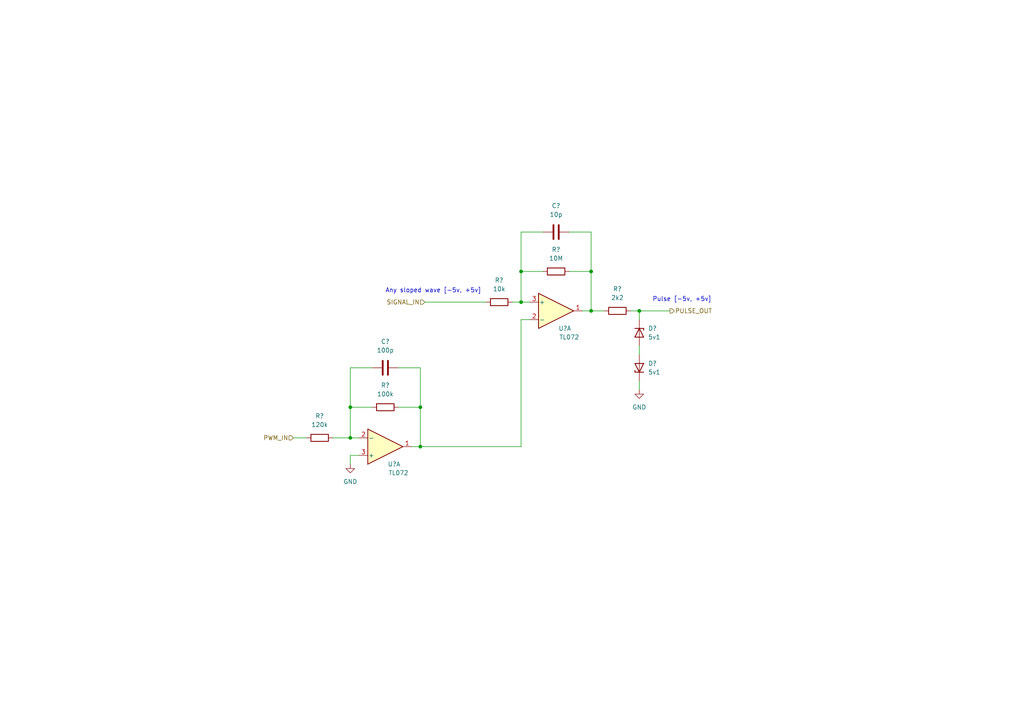
<source format=kicad_sch>
(kicad_sch (version 20211123) (generator eeschema)
  (paper "A4")
  (lib_symbols
    (symbol "Amplifier_Operational:TL072" (pin_names (offset 0.127))
      (property "Reference" "U" (at 0 5.08 0))
      (property "Value" "TL072" (at 0 -5.08 0))
      (symbol "TL072_1_1"
        (polyline (pts (xy -5.08 5.08) (xy 5.08 0) (xy -5.08 -5.08) (xy -5.08 5.08)) (stroke (width 0.254)) (fill (type background)))
        (pin output line (at 7.62 0 180) (length 2.54) (name "~") (number "1"))
        (pin input line (at -7.62 -2.54 0) (length 2.54) (name "-") (number "2"))
        (pin input line (at -7.62 2.54 0) (length 2.54) (name "+") (number "3"))
      )
      (symbol "TL072_2_1"
        (polyline (pts (xy -5.08 5.08) (xy 5.08 0) (xy -5.08 -5.08) (xy -5.08 5.08)) (stroke (width 0.254)) (fill (type background)))
        (pin input line (at -7.62 2.54 0) (length 2.54) (name "+") (number "5"))
        (pin input line (at -7.62 -2.54 0) (length 2.54) (name "-") (number "6"))
        (pin output line (at 7.62 0 180) (length 2.54) (name "~") (number "7"))
      )
      (symbol "TL072_3_1"
        (pin power_in line (at -2.54 -7.62 90) (length 3.81) (name "V-") (number "4"))
        (pin power_in line (at -2.54 7.62 270) (length 3.81) (name "V+") (number "8"))
      )
    )
    (symbol "Device:C" (pin_numbers hide) (pin_names (offset 0.254))
      (property "Reference" "C" (at 0.635 2.54 0))
      (property "Value" "C" (at 0.635 -2.54 0))
      (symbol "C_0_1"
        (polyline (pts (xy -2.032 -0.762) (xy 2.032 -0.762)) (stroke (width 0.508)))
        (polyline (pts (xy -2.032 0.762) (xy 2.032 0.762)) (stroke (width 0.508)))
      )
      (symbol "C_1_1"
        (pin passive line (at 0 3.81 270) (length 2.794) (name "~") (number "1"))
        (pin passive line (at 0 -3.81 90) (length 2.794) (name "~") (number "2"))
      )
    )
    (symbol "Device:D_Zener" (pin_numbers hide) (pin_names (offset 1.016) hide)
      (property "Reference" "D" (at 0 2.54 0))
      (property "Value" "D_Zener" (at 0 -2.54 0))
      (symbol "D_Zener_0_1"
        (polyline (pts (xy 1.27 0) (xy -1.27 0)))
        (polyline (pts (xy -1.27 -1.27) (xy -1.27 1.27) (xy -0.762 1.27)) (stroke (width 0.254)))
        (polyline (pts (xy 1.27 -1.27) (xy 1.27 1.27) (xy -1.27 0) (xy 1.27 -1.27)) (stroke (width 0.254)))
      )
      (symbol "D_Zener_1_1"
        (pin passive line (at -3.81 0 0) (length 2.54) (name "K") (number "1"))
        (pin passive line (at 3.81 0 180) (length 2.54) (name "A") (number "2"))
      )
    )
    (symbol "Device:R" (pin_numbers hide) (pin_names (offset 0))
      (property "Reference" "R" (at 2.032 0 90))
      (property "Value" "R" (at 0 0 90))
      (symbol "R_0_1"
        (rectangle (start -1.016 -2.54) (end 1.016 2.54) (stroke (width 0.254)))
      )
      (symbol "R_1_1"
        (pin passive line (at 0 3.81 270) (length 1.27) (name "~") (number "1"))
        (pin passive line (at 0 -3.81 90) (length 1.27) (name "~") (number "2"))
      )
    )
    (symbol "power:GND" (power) (pin_names (offset 0))
      (property "Value" "GND" (at 0 -3.81 0))
      (symbol "GND_0_1"
        (polyline (pts (xy 0 0) (xy 0 -1.27) (xy 1.27 -1.27) (xy 0 -2.54) (xy -1.27 -1.27) (xy 0 -1.27)))
      )
      (symbol "GND_1_1"
        (pin power_in line (at 0 0 270) (length 0) hide (name "GND") (number "1"))
      )
    )
  )
  (junction (at 121.92 118.11))
  (junction (at 185.42 90.17))
  (junction (at 101.6 118.11))
  (junction (at 101.6 127))
  (junction (at 171.45 78.74))
  (junction (at 151.13 78.74))
  (junction (at 121.92 129.54))
  (junction (at 151.13 87.63))
  (junction (at 171.45 90.17))
  (wire (pts (xy 171.45 90.17) (xy 171.45 78.74)))
  (wire (pts (xy 101.6 127) (xy 101.6 118.11)))
  (wire (pts (xy 151.13 78.74) (xy 157.48 78.74)))
  (wire (pts (xy 121.92 129.54) (xy 151.13 129.54)))
  (wire (pts (xy 171.45 67.31) (xy 165.1 67.31)))
  (wire (pts (xy 151.13 87.63) (xy 151.13 78.74)))
  (wire (pts (xy 171.45 78.74) (xy 171.45 67.31)))
  (wire (pts (xy 165.1 78.74) (xy 171.45 78.74)))
  (wire (pts (xy 85.09 127) (xy 88.9 127)))
  (wire (pts (xy 185.42 110.49) (xy 185.42 113.03)))
  (wire (pts (xy 168.91 90.17) (xy 171.45 90.17)))
  (wire (pts (xy 123.19 87.63) (xy 140.97 87.63)))
  (wire (pts (xy 151.13 87.63) (xy 153.67 87.63)))
  (wire (pts (xy 121.92 106.68) (xy 115.57 106.68)))
  (wire (pts (xy 96.52 127) (xy 101.6 127)))
  (wire (pts (xy 101.6 132.08) (xy 101.6 134.62)))
  (wire (pts (xy 121.92 129.54) (xy 121.92 118.11)))
  (wire (pts (xy 121.92 118.11) (xy 121.92 106.68)))
  (wire (pts (xy 115.57 118.11) (xy 121.92 118.11)))
  (wire (pts (xy 185.42 90.17) (xy 194.31 90.17)))
  (wire (pts (xy 185.42 100.33) (xy 185.42 102.87)))
  (wire (pts (xy 151.13 67.31) (xy 151.13 78.74)))
  (wire (pts (xy 101.6 106.68) (xy 101.6 118.11)))
  (wire (pts (xy 148.59 87.63) (xy 151.13 87.63)))
  (wire (pts (xy 119.38 129.54) (xy 121.92 129.54)))
  (wire (pts (xy 157.48 67.31) (xy 151.13 67.31)))
  (wire (pts (xy 151.13 92.71) (xy 153.67 92.71)))
  (wire (pts (xy 171.45 90.17) (xy 175.26 90.17)))
  (wire (pts (xy 151.13 129.54) (xy 151.13 92.71)))
  (wire (pts (xy 185.42 90.17) (xy 182.88 90.17)))
  (wire (pts (xy 101.6 132.08) (xy 104.14 132.08)))
  (wire (pts (xy 101.6 118.11) (xy 107.95 118.11)))
  (wire (pts (xy 101.6 127) (xy 104.14 127)))
  (wire (pts (xy 185.42 92.71) (xy 185.42 90.17)))
  (wire (pts (xy 107.95 106.68) (xy 101.6 106.68)))
  (text "Any sloped wave [-5v, +5v]" (at 111.76 85.09 0) (effects (font (size 1.27 1.27)) (justify left bottom)))
  (text "Pulse [-5v, +5v]" (at 189.23 87.63 0) (effects (font (size 1.27 1.27)) (justify left bottom)))
  (hierarchical_label "PULSE_OUT" (shape output) (at 194.31 90.17 0))
  (hierarchical_label "SIGNAL_IN" (shape input) (at 123.19 87.63 180))
  (hierarchical_label "PWM_IN" (shape input) (at 85.09 127 180))
  (symbol (lib_id "power:GND") (at 101.6 134.62 0) (unit 1)
    (property "Reference" "#PWR?" (effects hide))
    (property "Value" "GND" (at 101.6 139.7 0))
  )
  (symbol (lib_id "Device:R") (at 144.78 87.63 90) (unit 1)
    (property "Reference" "R?" (at 144.78 81.28 90))
    (property "Value" "10k" (at 144.78 83.82 90))
  )
  (symbol (lib_id "Device:R") (at 179.07 90.17 90) (unit 1)
    (property "Reference" "R?" (at 179.07 83.82 90))
    (property "Value" "2k2" (at 179.07 86.36 90))
  )
  (symbol (lib_id "Amplifier_Operational:TL072") (at 161.29 90.17 0) (unit 1)
    (property "Reference" "U?" (at 163.83 95.25 0))
    (property "Value" "TL072" (at 165.1 97.79 0))
    (property "Datasheet" "http://www.ti.com/lit/ds/symlink/tl071.pdf" (effects hide))
  )
  (symbol (lib_id "Device:C") (at 161.29 67.31 90) (unit 1)
    (property "Reference" "C?" (at 161.29 59.69 90))
    (property "Value" "10p" (at 161.29 62.23 90))
  )
  (symbol (lib_id "Device:C") (at 111.76 106.68 90) (unit 1)
    (property "Reference" "C?" (at 111.76 99.06 90))
    (property "Value" "100p" (at 111.76 101.6 90))
  )
  (symbol (lib_id "Device:R") (at 161.29 78.74 90) (unit 1)
    (property "Reference" "R?" (at 161.29 72.39 90))
    (property "Value" "10M" (at 161.29 74.93 90))
  )
  (symbol (lib_id "power:GND") (at 185.42 113.03 0) (unit 1)
    (property "Reference" "#PWR?" (effects hide))
    (property "Value" "GND" (at 185.42 118.11 0))
  )
  (symbol (lib_id "Device:R") (at 92.71 127 90) (unit 1)
    (property "Reference" "R?" (at 92.71 120.65 90))
    (property "Value" "120k" (at 92.71 123.19 90))
  )
  (symbol (lib_id "Amplifier_Operational:TL072") (at 111.76 129.54 0) (mirror x) (unit 1)
    (property "Reference" "U?" (at 114.3 134.62 0))
    (property "Value" "TL072" (at 115.57 137.16 0))
    (property "Datasheet" "http://www.ti.com/lit/ds/symlink/tl071.pdf" (effects hide))
  )
  (symbol (lib_id "Device:R") (at 111.76 118.11 90) (unit 1)
    (property "Reference" "R?" (at 111.76 111.76 90))
    (property "Value" "100k" (at 111.76 114.3 90))
  )
  (symbol (lib_id "Device:D_Zener") (at 185.42 106.68 90) (unit 1)
    (property "Reference" "D?" (at 187.96 105.4099 90) (effects (justify right)))
    (property "Value" "5v1" (at 187.96 107.9499 90) (effects (justify right)))
  )
  (symbol (lib_id "Device:D_Zener") (at 185.42 96.52 270) (unit 1)
    (property "Reference" "D?" (at 187.96 95.2499 90) (effects (justify left)))
    (property "Value" "5v1" (at 187.96 97.7899 90) (effects (justify left)))
  )
)
</source>
